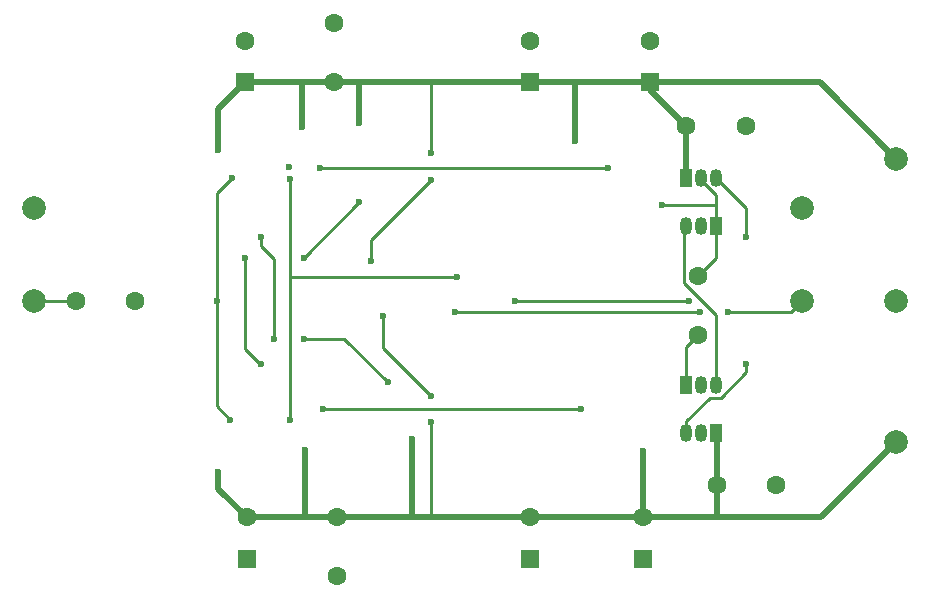
<source format=gbr>
G04 #@! TF.GenerationSoftware,KiCad,Pcbnew,(5.1.10-0-10_14)*
G04 #@! TF.CreationDate,2021-05-19T18:15:00+02:00*
G04 #@! TF.ProjectId,pre-amp-discret,7072652d-616d-4702-9d64-697363726574,rev?*
G04 #@! TF.SameCoordinates,Original*
G04 #@! TF.FileFunction,Copper,L2,Bot*
G04 #@! TF.FilePolarity,Positive*
%FSLAX46Y46*%
G04 Gerber Fmt 4.6, Leading zero omitted, Abs format (unit mm)*
G04 Created by KiCad (PCBNEW (5.1.10-0-10_14)) date 2021-05-19 18:15:00*
%MOMM*%
%LPD*%
G01*
G04 APERTURE LIST*
G04 #@! TA.AperFunction,ComponentPad*
%ADD10C,1.600000*%
G04 #@! TD*
G04 #@! TA.AperFunction,ComponentPad*
%ADD11R,1.050000X1.500000*%
G04 #@! TD*
G04 #@! TA.AperFunction,ComponentPad*
%ADD12O,1.050000X1.500000*%
G04 #@! TD*
G04 #@! TA.AperFunction,ComponentPad*
%ADD13R,1.600000X1.600000*%
G04 #@! TD*
G04 #@! TA.AperFunction,ComponentPad*
%ADD14C,2.000000*%
G04 #@! TD*
G04 #@! TA.AperFunction,ViaPad*
%ADD15C,0.600000*%
G04 #@! TD*
G04 #@! TA.AperFunction,Conductor*
%ADD16C,0.500000*%
G04 #@! TD*
G04 #@! TA.AperFunction,Conductor*
%ADD17C,0.250000*%
G04 #@! TD*
G04 APERTURE END LIST*
D10*
X180467000Y-107124500D03*
X185467000Y-107124500D03*
X181419500Y-119824500D03*
X181419500Y-124824500D03*
D11*
X183007000Y-133096000D03*
D12*
X180467000Y-133096000D03*
X181737000Y-133096000D03*
D11*
X180467000Y-111506000D03*
D12*
X183007000Y-111506000D03*
X181737000Y-111506000D03*
D11*
X180467000Y-129032000D03*
D12*
X183007000Y-129032000D03*
X181737000Y-129032000D03*
D11*
X183007000Y-115570000D03*
D12*
X180467000Y-115570000D03*
X181737000Y-115570000D03*
D10*
X177355500Y-99878000D03*
D13*
X177355500Y-103378000D03*
D10*
X167259000Y-140208000D03*
D13*
X167259000Y-143708000D03*
D10*
X167259000Y-99878000D03*
D13*
X167259000Y-103378000D03*
D10*
X143256000Y-140208000D03*
D13*
X143256000Y-143708000D03*
D10*
X143129000Y-99878000D03*
D13*
X143129000Y-103378000D03*
D10*
X176784000Y-140208000D03*
D13*
X176784000Y-143708000D03*
D10*
X150876000Y-145208000D03*
X150876000Y-140208000D03*
X150622000Y-103378000D03*
X150622000Y-98378000D03*
X188070500Y-137477500D03*
X183070500Y-137477500D03*
D14*
X190246000Y-114046000D03*
X190246000Y-121920000D03*
X198247000Y-121920000D03*
X125222000Y-121920000D03*
X198183500Y-133858000D03*
X125222000Y-114046000D03*
X198247000Y-109855000D03*
D10*
X128778000Y-121920000D03*
X133778000Y-121920000D03*
D15*
X171069000Y-108331000D03*
X152781000Y-106807000D03*
X147955000Y-107188000D03*
X140843000Y-109093000D03*
X153797000Y-118554500D03*
X158877000Y-111633000D03*
X158877000Y-109347000D03*
X176784000Y-134620000D03*
X157226000Y-133604000D03*
X148209000Y-134493000D03*
X140843000Y-136398000D03*
X154749500Y-123190000D03*
X158877000Y-129984500D03*
X158877000Y-132143500D03*
X146862800Y-131940300D03*
X146875500Y-111544100D03*
X161036000Y-119888000D03*
X180721000Y-121920000D03*
X165989000Y-121920000D03*
X144424400Y-116446300D03*
X155194000Y-128778000D03*
X148082000Y-125095000D03*
X145542000Y-125095000D03*
X144443200Y-127222500D03*
X152781000Y-113538000D03*
X148082000Y-118237000D03*
X143129000Y-118237000D03*
X178435000Y-113792000D03*
X171577000Y-131064000D03*
X149733000Y-131064000D03*
X185547000Y-116522500D03*
X146832400Y-110596600D03*
X149479000Y-110617000D03*
X173863000Y-110617000D03*
X185547000Y-127254000D03*
X141986000Y-111506000D03*
X141859000Y-131953000D03*
X140716000Y-121920000D03*
X160909000Y-122809000D03*
X181610000Y-122809000D03*
X184023000Y-122809000D03*
D16*
X191770000Y-103378000D02*
X198247000Y-109855000D01*
X177355500Y-103378000D02*
X191770000Y-103378000D01*
X177355500Y-104013000D02*
X180467000Y-107124500D01*
X177355500Y-103378000D02*
X177355500Y-104013000D01*
X180467000Y-107124500D02*
X180467000Y-111506000D01*
X167259000Y-103378000D02*
X158750000Y-103378000D01*
X171069000Y-103505000D02*
X170942000Y-103378000D01*
X171069000Y-108331000D02*
X171069000Y-103505000D01*
X170942000Y-103378000D02*
X167259000Y-103378000D01*
X177355500Y-103378000D02*
X170942000Y-103378000D01*
X143129000Y-103378000D02*
X143129000Y-103505000D01*
X152654000Y-103378000D02*
X150114000Y-103378000D01*
X152781000Y-103505000D02*
X152654000Y-103378000D01*
X152781000Y-106807000D02*
X152781000Y-103505000D01*
X158750000Y-103378000D02*
X152654000Y-103378000D01*
X147955000Y-107188000D02*
X147955000Y-103378000D01*
X147955000Y-103378000D02*
X143129000Y-103378000D01*
X150622000Y-103378000D02*
X147955000Y-103378000D01*
X140843000Y-105664000D02*
X143129000Y-103378000D01*
X140843000Y-109093000D02*
X140843000Y-105664000D01*
D17*
X153797000Y-116713000D02*
X158877000Y-111633000D01*
X153797000Y-118554500D02*
X153797000Y-116713000D01*
X158877000Y-103505000D02*
X158750000Y-103378000D01*
X158877000Y-109347000D02*
X158877000Y-103505000D01*
X125222000Y-121920000D02*
X128778000Y-121920000D01*
D16*
X191833500Y-140208000D02*
X198183500Y-133858000D01*
X183070500Y-133159500D02*
X183007000Y-133096000D01*
X183070500Y-137477500D02*
X183070500Y-133159500D01*
X183070500Y-137477500D02*
X183070500Y-140017500D01*
X183261000Y-140208000D02*
X191833500Y-140208000D01*
X183070500Y-140017500D02*
X183261000Y-140208000D01*
X176784000Y-140208000D02*
X183261000Y-140208000D01*
X176784000Y-140208000D02*
X167259000Y-140208000D01*
X176784000Y-140208000D02*
X176784000Y-134620000D01*
X160147000Y-140208000D02*
X167259000Y-140208000D01*
X157226000Y-133604000D02*
X157226000Y-140208000D01*
X157226000Y-140208000D02*
X150876000Y-140208000D01*
X148209000Y-140208000D02*
X143256000Y-140208000D01*
X148209000Y-134493000D02*
X148209000Y-140208000D01*
X150876000Y-140208000D02*
X148209000Y-140208000D01*
X140843000Y-137795000D02*
X143256000Y-140208000D01*
X140843000Y-136398000D02*
X140843000Y-137795000D01*
D17*
X154749500Y-125857000D02*
X158877000Y-129984500D01*
X154749500Y-123190000D02*
X154749500Y-125857000D01*
X158877000Y-140081000D02*
X158750000Y-140208000D01*
X158877000Y-132143500D02*
X158877000Y-140081000D01*
D16*
X158750000Y-140208000D02*
X157226000Y-140208000D01*
X160147000Y-140208000D02*
X158750000Y-140208000D01*
D17*
X146862800Y-111556800D02*
X146875500Y-111544100D01*
X161036000Y-119888000D02*
X146913600Y-119888000D01*
X146862800Y-119837200D02*
X146862800Y-111556800D01*
X146913600Y-119888000D02*
X146862800Y-119837200D01*
X146862800Y-131940300D02*
X146862800Y-119837200D01*
X180721000Y-121920000D02*
X170497500Y-121920000D01*
X170497500Y-121920000D02*
X165989000Y-121920000D01*
X144437100Y-116459000D02*
X144424400Y-116446300D01*
X144424400Y-116446300D02*
X144424400Y-117246400D01*
X144424400Y-117246400D02*
X145542000Y-118364000D01*
X145542000Y-118364000D02*
X145542000Y-125095000D01*
X151511000Y-125095000D02*
X148082000Y-125095000D01*
X155194000Y-128778000D02*
X151511000Y-125095000D01*
X144449800Y-127215900D02*
X144443200Y-127222500D01*
X144462500Y-127203200D02*
X144443200Y-127222500D01*
X144443200Y-127222500D02*
X144443200Y-127298200D01*
X144443200Y-127298200D02*
X143129000Y-125984000D01*
X143129000Y-125984000D02*
X143129000Y-118237000D01*
X152781000Y-113538000D02*
X148082000Y-118237000D01*
X183007000Y-118237000D02*
X183007000Y-115570000D01*
X181419500Y-119824500D02*
X183007000Y-118237000D01*
X181737000Y-111663095D02*
X181737000Y-111506000D01*
X183007000Y-112933095D02*
X181737000Y-111663095D01*
X183007000Y-113792000D02*
X178435000Y-113792000D01*
X183007000Y-115570000D02*
X183007000Y-113792000D01*
X183007000Y-113792000D02*
X183007000Y-112933095D01*
X180467000Y-125777000D02*
X180467000Y-129032000D01*
X181419500Y-124824500D02*
X180467000Y-125777000D01*
X171577000Y-131064000D02*
X149733000Y-131064000D01*
X183007000Y-123077002D02*
X180294499Y-120364501D01*
X180294499Y-115742501D02*
X180467000Y-115570000D01*
X180294499Y-120364501D02*
X180294499Y-115742501D01*
X183007000Y-129032000D02*
X183007000Y-123077002D01*
X185547000Y-114046000D02*
X185547000Y-116522500D01*
X183007000Y-111506000D02*
X185547000Y-114046000D01*
X146852800Y-110617000D02*
X146832400Y-110596600D01*
X149479000Y-110617000D02*
X173863000Y-110617000D01*
X185547000Y-127919095D02*
X185547000Y-127254000D01*
X182455990Y-130107010D02*
X183359085Y-130107010D01*
X180467000Y-132096000D02*
X182455990Y-130107010D01*
X183359085Y-130107010D02*
X185547000Y-127919095D01*
X180467000Y-133096000D02*
X180467000Y-132096000D01*
X140716000Y-112776000D02*
X141986000Y-111506000D01*
X141859000Y-131953000D02*
X140716000Y-130810000D01*
X140716000Y-121920000D02*
X140716000Y-112776000D01*
X140716000Y-130810000D02*
X140716000Y-121920000D01*
X160909000Y-122809000D02*
X181610000Y-122809000D01*
X189357000Y-122809000D02*
X190246000Y-121920000D01*
X184023000Y-122809000D02*
X189357000Y-122809000D01*
M02*

</source>
